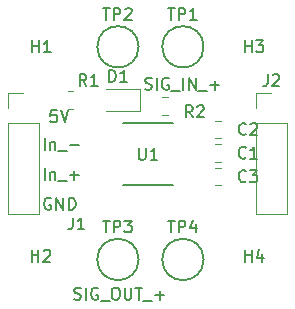
<source format=gto>
%TF.GenerationSoftware,KiCad,Pcbnew,7.0.6*%
%TF.CreationDate,2023-11-15T13:44:32-06:00*%
%TF.ProjectId,TorqueSensorAmpifierPCB,546f7271-7565-4536-956e-736f72416d70,rev?*%
%TF.SameCoordinates,Original*%
%TF.FileFunction,Legend,Top*%
%TF.FilePolarity,Positive*%
%FSLAX46Y46*%
G04 Gerber Fmt 4.6, Leading zero omitted, Abs format (unit mm)*
G04 Created by KiCad (PCBNEW 7.0.6) date 2023-11-15 13:44:32*
%MOMM*%
%LPD*%
G01*
G04 APERTURE LIST*
%ADD10C,0.150000*%
%ADD11C,0.120000*%
%ADD12C,0.152400*%
G04 APERTURE END LIST*
D10*
X69789160Y-95072200D02*
X69932017Y-95119819D01*
X69932017Y-95119819D02*
X70170112Y-95119819D01*
X70170112Y-95119819D02*
X70265350Y-95072200D01*
X70265350Y-95072200D02*
X70312969Y-95024580D01*
X70312969Y-95024580D02*
X70360588Y-94929342D01*
X70360588Y-94929342D02*
X70360588Y-94834104D01*
X70360588Y-94834104D02*
X70312969Y-94738866D01*
X70312969Y-94738866D02*
X70265350Y-94691247D01*
X70265350Y-94691247D02*
X70170112Y-94643628D01*
X70170112Y-94643628D02*
X69979636Y-94596009D01*
X69979636Y-94596009D02*
X69884398Y-94548390D01*
X69884398Y-94548390D02*
X69836779Y-94500771D01*
X69836779Y-94500771D02*
X69789160Y-94405533D01*
X69789160Y-94405533D02*
X69789160Y-94310295D01*
X69789160Y-94310295D02*
X69836779Y-94215057D01*
X69836779Y-94215057D02*
X69884398Y-94167438D01*
X69884398Y-94167438D02*
X69979636Y-94119819D01*
X69979636Y-94119819D02*
X70217731Y-94119819D01*
X70217731Y-94119819D02*
X70360588Y-94167438D01*
X70789160Y-95119819D02*
X70789160Y-94119819D01*
X71789159Y-94167438D02*
X71693921Y-94119819D01*
X71693921Y-94119819D02*
X71551064Y-94119819D01*
X71551064Y-94119819D02*
X71408207Y-94167438D01*
X71408207Y-94167438D02*
X71312969Y-94262676D01*
X71312969Y-94262676D02*
X71265350Y-94357914D01*
X71265350Y-94357914D02*
X71217731Y-94548390D01*
X71217731Y-94548390D02*
X71217731Y-94691247D01*
X71217731Y-94691247D02*
X71265350Y-94881723D01*
X71265350Y-94881723D02*
X71312969Y-94976961D01*
X71312969Y-94976961D02*
X71408207Y-95072200D01*
X71408207Y-95072200D02*
X71551064Y-95119819D01*
X71551064Y-95119819D02*
X71646302Y-95119819D01*
X71646302Y-95119819D02*
X71789159Y-95072200D01*
X71789159Y-95072200D02*
X71836778Y-95024580D01*
X71836778Y-95024580D02*
X71836778Y-94691247D01*
X71836778Y-94691247D02*
X71646302Y-94691247D01*
X72027255Y-95215057D02*
X72789159Y-95215057D01*
X73027255Y-95119819D02*
X73027255Y-94119819D01*
X73503445Y-95119819D02*
X73503445Y-94119819D01*
X73503445Y-94119819D02*
X74074873Y-95119819D01*
X74074873Y-95119819D02*
X74074873Y-94119819D01*
X74312969Y-95215057D02*
X75074873Y-95215057D01*
X75312969Y-94738866D02*
X76074874Y-94738866D01*
X75693921Y-95119819D02*
X75693921Y-94357914D01*
X62312969Y-96869819D02*
X61836779Y-96869819D01*
X61836779Y-96869819D02*
X61789160Y-97346009D01*
X61789160Y-97346009D02*
X61836779Y-97298390D01*
X61836779Y-97298390D02*
X61932017Y-97250771D01*
X61932017Y-97250771D02*
X62170112Y-97250771D01*
X62170112Y-97250771D02*
X62265350Y-97298390D01*
X62265350Y-97298390D02*
X62312969Y-97346009D01*
X62312969Y-97346009D02*
X62360588Y-97441247D01*
X62360588Y-97441247D02*
X62360588Y-97679342D01*
X62360588Y-97679342D02*
X62312969Y-97774580D01*
X62312969Y-97774580D02*
X62265350Y-97822200D01*
X62265350Y-97822200D02*
X62170112Y-97869819D01*
X62170112Y-97869819D02*
X61932017Y-97869819D01*
X61932017Y-97869819D02*
X61836779Y-97822200D01*
X61836779Y-97822200D02*
X61789160Y-97774580D01*
X62646303Y-96869819D02*
X62979636Y-97869819D01*
X62979636Y-97869819D02*
X63312969Y-96869819D01*
X61296779Y-100199819D02*
X61296779Y-99199819D01*
X61772969Y-99533152D02*
X61772969Y-100199819D01*
X61772969Y-99628390D02*
X61820588Y-99580771D01*
X61820588Y-99580771D02*
X61915826Y-99533152D01*
X61915826Y-99533152D02*
X62058683Y-99533152D01*
X62058683Y-99533152D02*
X62153921Y-99580771D01*
X62153921Y-99580771D02*
X62201540Y-99676009D01*
X62201540Y-99676009D02*
X62201540Y-100199819D01*
X62439636Y-100295057D02*
X63201540Y-100295057D01*
X63439636Y-99818866D02*
X64201541Y-99818866D01*
X61296779Y-102739819D02*
X61296779Y-101739819D01*
X61772969Y-102073152D02*
X61772969Y-102739819D01*
X61772969Y-102168390D02*
X61820588Y-102120771D01*
X61820588Y-102120771D02*
X61915826Y-102073152D01*
X61915826Y-102073152D02*
X62058683Y-102073152D01*
X62058683Y-102073152D02*
X62153921Y-102120771D01*
X62153921Y-102120771D02*
X62201540Y-102216009D01*
X62201540Y-102216009D02*
X62201540Y-102739819D01*
X62439636Y-102835057D02*
X63201540Y-102835057D01*
X63439636Y-102358866D02*
X64201541Y-102358866D01*
X63820588Y-102739819D02*
X63820588Y-101977914D01*
X63789160Y-112852200D02*
X63932017Y-112899819D01*
X63932017Y-112899819D02*
X64170112Y-112899819D01*
X64170112Y-112899819D02*
X64265350Y-112852200D01*
X64265350Y-112852200D02*
X64312969Y-112804580D01*
X64312969Y-112804580D02*
X64360588Y-112709342D01*
X64360588Y-112709342D02*
X64360588Y-112614104D01*
X64360588Y-112614104D02*
X64312969Y-112518866D01*
X64312969Y-112518866D02*
X64265350Y-112471247D01*
X64265350Y-112471247D02*
X64170112Y-112423628D01*
X64170112Y-112423628D02*
X63979636Y-112376009D01*
X63979636Y-112376009D02*
X63884398Y-112328390D01*
X63884398Y-112328390D02*
X63836779Y-112280771D01*
X63836779Y-112280771D02*
X63789160Y-112185533D01*
X63789160Y-112185533D02*
X63789160Y-112090295D01*
X63789160Y-112090295D02*
X63836779Y-111995057D01*
X63836779Y-111995057D02*
X63884398Y-111947438D01*
X63884398Y-111947438D02*
X63979636Y-111899819D01*
X63979636Y-111899819D02*
X64217731Y-111899819D01*
X64217731Y-111899819D02*
X64360588Y-111947438D01*
X64789160Y-112899819D02*
X64789160Y-111899819D01*
X65789159Y-111947438D02*
X65693921Y-111899819D01*
X65693921Y-111899819D02*
X65551064Y-111899819D01*
X65551064Y-111899819D02*
X65408207Y-111947438D01*
X65408207Y-111947438D02*
X65312969Y-112042676D01*
X65312969Y-112042676D02*
X65265350Y-112137914D01*
X65265350Y-112137914D02*
X65217731Y-112328390D01*
X65217731Y-112328390D02*
X65217731Y-112471247D01*
X65217731Y-112471247D02*
X65265350Y-112661723D01*
X65265350Y-112661723D02*
X65312969Y-112756961D01*
X65312969Y-112756961D02*
X65408207Y-112852200D01*
X65408207Y-112852200D02*
X65551064Y-112899819D01*
X65551064Y-112899819D02*
X65646302Y-112899819D01*
X65646302Y-112899819D02*
X65789159Y-112852200D01*
X65789159Y-112852200D02*
X65836778Y-112804580D01*
X65836778Y-112804580D02*
X65836778Y-112471247D01*
X65836778Y-112471247D02*
X65646302Y-112471247D01*
X66027255Y-112995057D02*
X66789159Y-112995057D01*
X67217731Y-111899819D02*
X67408207Y-111899819D01*
X67408207Y-111899819D02*
X67503445Y-111947438D01*
X67503445Y-111947438D02*
X67598683Y-112042676D01*
X67598683Y-112042676D02*
X67646302Y-112233152D01*
X67646302Y-112233152D02*
X67646302Y-112566485D01*
X67646302Y-112566485D02*
X67598683Y-112756961D01*
X67598683Y-112756961D02*
X67503445Y-112852200D01*
X67503445Y-112852200D02*
X67408207Y-112899819D01*
X67408207Y-112899819D02*
X67217731Y-112899819D01*
X67217731Y-112899819D02*
X67122493Y-112852200D01*
X67122493Y-112852200D02*
X67027255Y-112756961D01*
X67027255Y-112756961D02*
X66979636Y-112566485D01*
X66979636Y-112566485D02*
X66979636Y-112233152D01*
X66979636Y-112233152D02*
X67027255Y-112042676D01*
X67027255Y-112042676D02*
X67122493Y-111947438D01*
X67122493Y-111947438D02*
X67217731Y-111899819D01*
X68074874Y-111899819D02*
X68074874Y-112709342D01*
X68074874Y-112709342D02*
X68122493Y-112804580D01*
X68122493Y-112804580D02*
X68170112Y-112852200D01*
X68170112Y-112852200D02*
X68265350Y-112899819D01*
X68265350Y-112899819D02*
X68455826Y-112899819D01*
X68455826Y-112899819D02*
X68551064Y-112852200D01*
X68551064Y-112852200D02*
X68598683Y-112804580D01*
X68598683Y-112804580D02*
X68646302Y-112709342D01*
X68646302Y-112709342D02*
X68646302Y-111899819D01*
X68979636Y-111899819D02*
X69551064Y-111899819D01*
X69265350Y-112899819D02*
X69265350Y-111899819D01*
X69646303Y-112995057D02*
X70408207Y-112995057D01*
X70646303Y-112518866D02*
X71408208Y-112518866D01*
X71027255Y-112899819D02*
X71027255Y-112137914D01*
X61820588Y-104327438D02*
X61725350Y-104279819D01*
X61725350Y-104279819D02*
X61582493Y-104279819D01*
X61582493Y-104279819D02*
X61439636Y-104327438D01*
X61439636Y-104327438D02*
X61344398Y-104422676D01*
X61344398Y-104422676D02*
X61296779Y-104517914D01*
X61296779Y-104517914D02*
X61249160Y-104708390D01*
X61249160Y-104708390D02*
X61249160Y-104851247D01*
X61249160Y-104851247D02*
X61296779Y-105041723D01*
X61296779Y-105041723D02*
X61344398Y-105136961D01*
X61344398Y-105136961D02*
X61439636Y-105232200D01*
X61439636Y-105232200D02*
X61582493Y-105279819D01*
X61582493Y-105279819D02*
X61677731Y-105279819D01*
X61677731Y-105279819D02*
X61820588Y-105232200D01*
X61820588Y-105232200D02*
X61868207Y-105184580D01*
X61868207Y-105184580D02*
X61868207Y-104851247D01*
X61868207Y-104851247D02*
X61677731Y-104851247D01*
X62296779Y-105279819D02*
X62296779Y-104279819D01*
X62296779Y-104279819D02*
X62868207Y-105279819D01*
X62868207Y-105279819D02*
X62868207Y-104279819D01*
X63344398Y-105279819D02*
X63344398Y-104279819D01*
X63344398Y-104279819D02*
X63582493Y-104279819D01*
X63582493Y-104279819D02*
X63725350Y-104327438D01*
X63725350Y-104327438D02*
X63820588Y-104422676D01*
X63820588Y-104422676D02*
X63868207Y-104517914D01*
X63868207Y-104517914D02*
X63915826Y-104708390D01*
X63915826Y-104708390D02*
X63915826Y-104851247D01*
X63915826Y-104851247D02*
X63868207Y-105041723D01*
X63868207Y-105041723D02*
X63820588Y-105136961D01*
X63820588Y-105136961D02*
X63725350Y-105232200D01*
X63725350Y-105232200D02*
X63582493Y-105279819D01*
X63582493Y-105279819D02*
X63344398Y-105279819D01*
X78238095Y-91954819D02*
X78238095Y-90954819D01*
X78238095Y-91431009D02*
X78809523Y-91431009D01*
X78809523Y-91954819D02*
X78809523Y-90954819D01*
X79190476Y-90954819D02*
X79809523Y-90954819D01*
X79809523Y-90954819D02*
X79476190Y-91335771D01*
X79476190Y-91335771D02*
X79619047Y-91335771D01*
X79619047Y-91335771D02*
X79714285Y-91383390D01*
X79714285Y-91383390D02*
X79761904Y-91431009D01*
X79761904Y-91431009D02*
X79809523Y-91526247D01*
X79809523Y-91526247D02*
X79809523Y-91764342D01*
X79809523Y-91764342D02*
X79761904Y-91859580D01*
X79761904Y-91859580D02*
X79714285Y-91907200D01*
X79714285Y-91907200D02*
X79619047Y-91954819D01*
X79619047Y-91954819D02*
X79333333Y-91954819D01*
X79333333Y-91954819D02*
X79238095Y-91907200D01*
X79238095Y-91907200D02*
X79190476Y-91859580D01*
X71738095Y-88204819D02*
X72309523Y-88204819D01*
X72023809Y-89204819D02*
X72023809Y-88204819D01*
X72642857Y-89204819D02*
X72642857Y-88204819D01*
X72642857Y-88204819D02*
X73023809Y-88204819D01*
X73023809Y-88204819D02*
X73119047Y-88252438D01*
X73119047Y-88252438D02*
X73166666Y-88300057D01*
X73166666Y-88300057D02*
X73214285Y-88395295D01*
X73214285Y-88395295D02*
X73214285Y-88538152D01*
X73214285Y-88538152D02*
X73166666Y-88633390D01*
X73166666Y-88633390D02*
X73119047Y-88681009D01*
X73119047Y-88681009D02*
X73023809Y-88728628D01*
X73023809Y-88728628D02*
X72642857Y-88728628D01*
X74166666Y-89204819D02*
X73595238Y-89204819D01*
X73880952Y-89204819D02*
X73880952Y-88204819D01*
X73880952Y-88204819D02*
X73785714Y-88347676D01*
X73785714Y-88347676D02*
X73690476Y-88442914D01*
X73690476Y-88442914D02*
X73595238Y-88490533D01*
X60198095Y-109674819D02*
X60198095Y-108674819D01*
X60198095Y-109151009D02*
X60769523Y-109151009D01*
X60769523Y-109674819D02*
X60769523Y-108674819D01*
X61198095Y-108770057D02*
X61245714Y-108722438D01*
X61245714Y-108722438D02*
X61340952Y-108674819D01*
X61340952Y-108674819D02*
X61579047Y-108674819D01*
X61579047Y-108674819D02*
X61674285Y-108722438D01*
X61674285Y-108722438D02*
X61721904Y-108770057D01*
X61721904Y-108770057D02*
X61769523Y-108865295D01*
X61769523Y-108865295D02*
X61769523Y-108960533D01*
X61769523Y-108960533D02*
X61721904Y-109103390D01*
X61721904Y-109103390D02*
X61150476Y-109674819D01*
X61150476Y-109674819D02*
X61769523Y-109674819D01*
X66761905Y-94454819D02*
X66761905Y-93454819D01*
X66761905Y-93454819D02*
X67000000Y-93454819D01*
X67000000Y-93454819D02*
X67142857Y-93502438D01*
X67142857Y-93502438D02*
X67238095Y-93597676D01*
X67238095Y-93597676D02*
X67285714Y-93692914D01*
X67285714Y-93692914D02*
X67333333Y-93883390D01*
X67333333Y-93883390D02*
X67333333Y-94026247D01*
X67333333Y-94026247D02*
X67285714Y-94216723D01*
X67285714Y-94216723D02*
X67238095Y-94311961D01*
X67238095Y-94311961D02*
X67142857Y-94407200D01*
X67142857Y-94407200D02*
X67000000Y-94454819D01*
X67000000Y-94454819D02*
X66761905Y-94454819D01*
X68285714Y-94454819D02*
X67714286Y-94454819D01*
X68000000Y-94454819D02*
X68000000Y-93454819D01*
X68000000Y-93454819D02*
X67904762Y-93597676D01*
X67904762Y-93597676D02*
X67809524Y-93692914D01*
X67809524Y-93692914D02*
X67714286Y-93740533D01*
X80166666Y-93824819D02*
X80166666Y-94539104D01*
X80166666Y-94539104D02*
X80119047Y-94681961D01*
X80119047Y-94681961D02*
X80023809Y-94777200D01*
X80023809Y-94777200D02*
X79880952Y-94824819D01*
X79880952Y-94824819D02*
X79785714Y-94824819D01*
X80595238Y-93920057D02*
X80642857Y-93872438D01*
X80642857Y-93872438D02*
X80738095Y-93824819D01*
X80738095Y-93824819D02*
X80976190Y-93824819D01*
X80976190Y-93824819D02*
X81071428Y-93872438D01*
X81071428Y-93872438D02*
X81119047Y-93920057D01*
X81119047Y-93920057D02*
X81166666Y-94015295D01*
X81166666Y-94015295D02*
X81166666Y-94110533D01*
X81166666Y-94110533D02*
X81119047Y-94253390D01*
X81119047Y-94253390D02*
X80547619Y-94824819D01*
X80547619Y-94824819D02*
X81166666Y-94824819D01*
X71738095Y-106204819D02*
X72309523Y-106204819D01*
X72023809Y-107204819D02*
X72023809Y-106204819D01*
X72642857Y-107204819D02*
X72642857Y-106204819D01*
X72642857Y-106204819D02*
X73023809Y-106204819D01*
X73023809Y-106204819D02*
X73119047Y-106252438D01*
X73119047Y-106252438D02*
X73166666Y-106300057D01*
X73166666Y-106300057D02*
X73214285Y-106395295D01*
X73214285Y-106395295D02*
X73214285Y-106538152D01*
X73214285Y-106538152D02*
X73166666Y-106633390D01*
X73166666Y-106633390D02*
X73119047Y-106681009D01*
X73119047Y-106681009D02*
X73023809Y-106728628D01*
X73023809Y-106728628D02*
X72642857Y-106728628D01*
X74071428Y-106538152D02*
X74071428Y-107204819D01*
X73833333Y-106157200D02*
X73595238Y-106871485D01*
X73595238Y-106871485D02*
X74214285Y-106871485D01*
X69263095Y-100049819D02*
X69263095Y-100859342D01*
X69263095Y-100859342D02*
X69310714Y-100954580D01*
X69310714Y-100954580D02*
X69358333Y-101002200D01*
X69358333Y-101002200D02*
X69453571Y-101049819D01*
X69453571Y-101049819D02*
X69644047Y-101049819D01*
X69644047Y-101049819D02*
X69739285Y-101002200D01*
X69739285Y-101002200D02*
X69786904Y-100954580D01*
X69786904Y-100954580D02*
X69834523Y-100859342D01*
X69834523Y-100859342D02*
X69834523Y-100049819D01*
X70834523Y-101049819D02*
X70263095Y-101049819D01*
X70548809Y-101049819D02*
X70548809Y-100049819D01*
X70548809Y-100049819D02*
X70453571Y-100192676D01*
X70453571Y-100192676D02*
X70358333Y-100287914D01*
X70358333Y-100287914D02*
X70263095Y-100335533D01*
X66238095Y-88204819D02*
X66809523Y-88204819D01*
X66523809Y-89204819D02*
X66523809Y-88204819D01*
X67142857Y-89204819D02*
X67142857Y-88204819D01*
X67142857Y-88204819D02*
X67523809Y-88204819D01*
X67523809Y-88204819D02*
X67619047Y-88252438D01*
X67619047Y-88252438D02*
X67666666Y-88300057D01*
X67666666Y-88300057D02*
X67714285Y-88395295D01*
X67714285Y-88395295D02*
X67714285Y-88538152D01*
X67714285Y-88538152D02*
X67666666Y-88633390D01*
X67666666Y-88633390D02*
X67619047Y-88681009D01*
X67619047Y-88681009D02*
X67523809Y-88728628D01*
X67523809Y-88728628D02*
X67142857Y-88728628D01*
X68095238Y-88300057D02*
X68142857Y-88252438D01*
X68142857Y-88252438D02*
X68238095Y-88204819D01*
X68238095Y-88204819D02*
X68476190Y-88204819D01*
X68476190Y-88204819D02*
X68571428Y-88252438D01*
X68571428Y-88252438D02*
X68619047Y-88300057D01*
X68619047Y-88300057D02*
X68666666Y-88395295D01*
X68666666Y-88395295D02*
X68666666Y-88490533D01*
X68666666Y-88490533D02*
X68619047Y-88633390D01*
X68619047Y-88633390D02*
X68047619Y-89204819D01*
X68047619Y-89204819D02*
X68666666Y-89204819D01*
X66238095Y-106204819D02*
X66809523Y-106204819D01*
X66523809Y-107204819D02*
X66523809Y-106204819D01*
X67142857Y-107204819D02*
X67142857Y-106204819D01*
X67142857Y-106204819D02*
X67523809Y-106204819D01*
X67523809Y-106204819D02*
X67619047Y-106252438D01*
X67619047Y-106252438D02*
X67666666Y-106300057D01*
X67666666Y-106300057D02*
X67714285Y-106395295D01*
X67714285Y-106395295D02*
X67714285Y-106538152D01*
X67714285Y-106538152D02*
X67666666Y-106633390D01*
X67666666Y-106633390D02*
X67619047Y-106681009D01*
X67619047Y-106681009D02*
X67523809Y-106728628D01*
X67523809Y-106728628D02*
X67142857Y-106728628D01*
X68047619Y-106204819D02*
X68666666Y-106204819D01*
X68666666Y-106204819D02*
X68333333Y-106585771D01*
X68333333Y-106585771D02*
X68476190Y-106585771D01*
X68476190Y-106585771D02*
X68571428Y-106633390D01*
X68571428Y-106633390D02*
X68619047Y-106681009D01*
X68619047Y-106681009D02*
X68666666Y-106776247D01*
X68666666Y-106776247D02*
X68666666Y-107014342D01*
X68666666Y-107014342D02*
X68619047Y-107109580D01*
X68619047Y-107109580D02*
X68571428Y-107157200D01*
X68571428Y-107157200D02*
X68476190Y-107204819D01*
X68476190Y-107204819D02*
X68190476Y-107204819D01*
X68190476Y-107204819D02*
X68095238Y-107157200D01*
X68095238Y-107157200D02*
X68047619Y-107109580D01*
X63666666Y-105954819D02*
X63666666Y-106669104D01*
X63666666Y-106669104D02*
X63619047Y-106811961D01*
X63619047Y-106811961D02*
X63523809Y-106907200D01*
X63523809Y-106907200D02*
X63380952Y-106954819D01*
X63380952Y-106954819D02*
X63285714Y-106954819D01*
X64666666Y-106954819D02*
X64095238Y-106954819D01*
X64380952Y-106954819D02*
X64380952Y-105954819D01*
X64380952Y-105954819D02*
X64285714Y-106097676D01*
X64285714Y-106097676D02*
X64190476Y-106192914D01*
X64190476Y-106192914D02*
X64095238Y-106240533D01*
X60238095Y-91954819D02*
X60238095Y-90954819D01*
X60238095Y-91431009D02*
X60809523Y-91431009D01*
X60809523Y-91954819D02*
X60809523Y-90954819D01*
X61809523Y-91954819D02*
X61238095Y-91954819D01*
X61523809Y-91954819D02*
X61523809Y-90954819D01*
X61523809Y-90954819D02*
X61428571Y-91097676D01*
X61428571Y-91097676D02*
X61333333Y-91192914D01*
X61333333Y-91192914D02*
X61238095Y-91240533D01*
X78238095Y-109674819D02*
X78238095Y-108674819D01*
X78238095Y-109151009D02*
X78809523Y-109151009D01*
X78809523Y-109674819D02*
X78809523Y-108674819D01*
X79714285Y-109008152D02*
X79714285Y-109674819D01*
X79476190Y-108627200D02*
X79238095Y-109341485D01*
X79238095Y-109341485D02*
X79857142Y-109341485D01*
X78333333Y-98859580D02*
X78285714Y-98907200D01*
X78285714Y-98907200D02*
X78142857Y-98954819D01*
X78142857Y-98954819D02*
X78047619Y-98954819D01*
X78047619Y-98954819D02*
X77904762Y-98907200D01*
X77904762Y-98907200D02*
X77809524Y-98811961D01*
X77809524Y-98811961D02*
X77761905Y-98716723D01*
X77761905Y-98716723D02*
X77714286Y-98526247D01*
X77714286Y-98526247D02*
X77714286Y-98383390D01*
X77714286Y-98383390D02*
X77761905Y-98192914D01*
X77761905Y-98192914D02*
X77809524Y-98097676D01*
X77809524Y-98097676D02*
X77904762Y-98002438D01*
X77904762Y-98002438D02*
X78047619Y-97954819D01*
X78047619Y-97954819D02*
X78142857Y-97954819D01*
X78142857Y-97954819D02*
X78285714Y-98002438D01*
X78285714Y-98002438D02*
X78333333Y-98050057D01*
X78714286Y-98050057D02*
X78761905Y-98002438D01*
X78761905Y-98002438D02*
X78857143Y-97954819D01*
X78857143Y-97954819D02*
X79095238Y-97954819D01*
X79095238Y-97954819D02*
X79190476Y-98002438D01*
X79190476Y-98002438D02*
X79238095Y-98050057D01*
X79238095Y-98050057D02*
X79285714Y-98145295D01*
X79285714Y-98145295D02*
X79285714Y-98240533D01*
X79285714Y-98240533D02*
X79238095Y-98383390D01*
X79238095Y-98383390D02*
X78666667Y-98954819D01*
X78666667Y-98954819D02*
X79285714Y-98954819D01*
X73833333Y-97454819D02*
X73500000Y-96978628D01*
X73261905Y-97454819D02*
X73261905Y-96454819D01*
X73261905Y-96454819D02*
X73642857Y-96454819D01*
X73642857Y-96454819D02*
X73738095Y-96502438D01*
X73738095Y-96502438D02*
X73785714Y-96550057D01*
X73785714Y-96550057D02*
X73833333Y-96645295D01*
X73833333Y-96645295D02*
X73833333Y-96788152D01*
X73833333Y-96788152D02*
X73785714Y-96883390D01*
X73785714Y-96883390D02*
X73738095Y-96931009D01*
X73738095Y-96931009D02*
X73642857Y-96978628D01*
X73642857Y-96978628D02*
X73261905Y-96978628D01*
X74214286Y-96550057D02*
X74261905Y-96502438D01*
X74261905Y-96502438D02*
X74357143Y-96454819D01*
X74357143Y-96454819D02*
X74595238Y-96454819D01*
X74595238Y-96454819D02*
X74690476Y-96502438D01*
X74690476Y-96502438D02*
X74738095Y-96550057D01*
X74738095Y-96550057D02*
X74785714Y-96645295D01*
X74785714Y-96645295D02*
X74785714Y-96740533D01*
X74785714Y-96740533D02*
X74738095Y-96883390D01*
X74738095Y-96883390D02*
X74166667Y-97454819D01*
X74166667Y-97454819D02*
X74785714Y-97454819D01*
X78333333Y-102859580D02*
X78285714Y-102907200D01*
X78285714Y-102907200D02*
X78142857Y-102954819D01*
X78142857Y-102954819D02*
X78047619Y-102954819D01*
X78047619Y-102954819D02*
X77904762Y-102907200D01*
X77904762Y-102907200D02*
X77809524Y-102811961D01*
X77809524Y-102811961D02*
X77761905Y-102716723D01*
X77761905Y-102716723D02*
X77714286Y-102526247D01*
X77714286Y-102526247D02*
X77714286Y-102383390D01*
X77714286Y-102383390D02*
X77761905Y-102192914D01*
X77761905Y-102192914D02*
X77809524Y-102097676D01*
X77809524Y-102097676D02*
X77904762Y-102002438D01*
X77904762Y-102002438D02*
X78047619Y-101954819D01*
X78047619Y-101954819D02*
X78142857Y-101954819D01*
X78142857Y-101954819D02*
X78285714Y-102002438D01*
X78285714Y-102002438D02*
X78333333Y-102050057D01*
X78666667Y-101954819D02*
X79285714Y-101954819D01*
X79285714Y-101954819D02*
X78952381Y-102335771D01*
X78952381Y-102335771D02*
X79095238Y-102335771D01*
X79095238Y-102335771D02*
X79190476Y-102383390D01*
X79190476Y-102383390D02*
X79238095Y-102431009D01*
X79238095Y-102431009D02*
X79285714Y-102526247D01*
X79285714Y-102526247D02*
X79285714Y-102764342D01*
X79285714Y-102764342D02*
X79238095Y-102859580D01*
X79238095Y-102859580D02*
X79190476Y-102907200D01*
X79190476Y-102907200D02*
X79095238Y-102954819D01*
X79095238Y-102954819D02*
X78809524Y-102954819D01*
X78809524Y-102954819D02*
X78714286Y-102907200D01*
X78714286Y-102907200D02*
X78666667Y-102859580D01*
X64833333Y-94804819D02*
X64500000Y-94328628D01*
X64261905Y-94804819D02*
X64261905Y-93804819D01*
X64261905Y-93804819D02*
X64642857Y-93804819D01*
X64642857Y-93804819D02*
X64738095Y-93852438D01*
X64738095Y-93852438D02*
X64785714Y-93900057D01*
X64785714Y-93900057D02*
X64833333Y-93995295D01*
X64833333Y-93995295D02*
X64833333Y-94138152D01*
X64833333Y-94138152D02*
X64785714Y-94233390D01*
X64785714Y-94233390D02*
X64738095Y-94281009D01*
X64738095Y-94281009D02*
X64642857Y-94328628D01*
X64642857Y-94328628D02*
X64261905Y-94328628D01*
X65785714Y-94804819D02*
X65214286Y-94804819D01*
X65500000Y-94804819D02*
X65500000Y-93804819D01*
X65500000Y-93804819D02*
X65404762Y-93947676D01*
X65404762Y-93947676D02*
X65309524Y-94042914D01*
X65309524Y-94042914D02*
X65214286Y-94090533D01*
X78333333Y-100859580D02*
X78285714Y-100907200D01*
X78285714Y-100907200D02*
X78142857Y-100954819D01*
X78142857Y-100954819D02*
X78047619Y-100954819D01*
X78047619Y-100954819D02*
X77904762Y-100907200D01*
X77904762Y-100907200D02*
X77809524Y-100811961D01*
X77809524Y-100811961D02*
X77761905Y-100716723D01*
X77761905Y-100716723D02*
X77714286Y-100526247D01*
X77714286Y-100526247D02*
X77714286Y-100383390D01*
X77714286Y-100383390D02*
X77761905Y-100192914D01*
X77761905Y-100192914D02*
X77809524Y-100097676D01*
X77809524Y-100097676D02*
X77904762Y-100002438D01*
X77904762Y-100002438D02*
X78047619Y-99954819D01*
X78047619Y-99954819D02*
X78142857Y-99954819D01*
X78142857Y-99954819D02*
X78285714Y-100002438D01*
X78285714Y-100002438D02*
X78333333Y-100050057D01*
X79285714Y-100954819D02*
X78714286Y-100954819D01*
X79000000Y-100954819D02*
X79000000Y-99954819D01*
X79000000Y-99954819D02*
X78904762Y-100097676D01*
X78904762Y-100097676D02*
X78809524Y-100192914D01*
X78809524Y-100192914D02*
X78714286Y-100240533D01*
%TO.C,TP1*%
X74750000Y-91500000D02*
G75*
G03*
X74750000Y-91500000I-1750000J0D01*
G01*
D11*
%TO.C,D1*%
X69360000Y-96960000D02*
X69360000Y-95040000D01*
X69360000Y-95040000D02*
X66500000Y-95040000D01*
X66500000Y-96960000D02*
X69360000Y-96960000D01*
%TO.C,J2*%
X79170000Y-95370000D02*
X80500000Y-95370000D01*
X79170000Y-96700000D02*
X79170000Y-95370000D01*
X79170000Y-97970000D02*
X79170000Y-105650000D01*
X79170000Y-97970000D02*
X81830000Y-97970000D01*
X79170000Y-105650000D02*
X81830000Y-105650000D01*
X81830000Y-97970000D02*
X81830000Y-105650000D01*
D10*
%TO.C,TP4*%
X74750000Y-109500000D02*
G75*
G03*
X74750000Y-109500000I-1750000J0D01*
G01*
D12*
%TO.C,U1*%
X67904100Y-103223900D02*
X72145900Y-103223900D01*
X72145900Y-97966100D02*
X67904100Y-97966100D01*
D10*
%TO.C,TP2*%
X69250000Y-91500000D02*
G75*
G03*
X69250000Y-91500000I-1750000J0D01*
G01*
%TO.C,TP3*%
X69250000Y-109500000D02*
G75*
G03*
X69250000Y-109500000I-1750000J0D01*
G01*
D11*
%TO.C,J1*%
X58170000Y-95370000D02*
X59500000Y-95370000D01*
X58170000Y-96700000D02*
X58170000Y-95370000D01*
X58170000Y-97970000D02*
X58170000Y-105650000D01*
X58170000Y-97970000D02*
X60830000Y-97970000D01*
X58170000Y-105650000D02*
X60830000Y-105650000D01*
X60830000Y-97970000D02*
X60830000Y-105650000D01*
%TO.C,C2*%
X75738748Y-99235000D02*
X76261252Y-99235000D01*
X75738748Y-97765000D02*
X76261252Y-97765000D01*
%TO.C,R2*%
X71727064Y-97235000D02*
X71272936Y-97235000D01*
X71727064Y-95765000D02*
X71272936Y-95765000D01*
%TO.C,C3*%
X75688748Y-103235000D02*
X76211252Y-103235000D01*
X75688748Y-101765000D02*
X76211252Y-101765000D01*
%TO.C,R1*%
X63272936Y-96735000D02*
X63727064Y-96735000D01*
X63272936Y-95265000D02*
X63727064Y-95265000D01*
%TO.C,C1*%
X75688748Y-99765000D02*
X76211252Y-99765000D01*
X75688748Y-101235000D02*
X76211252Y-101235000D01*
%TD*%
M02*

</source>
